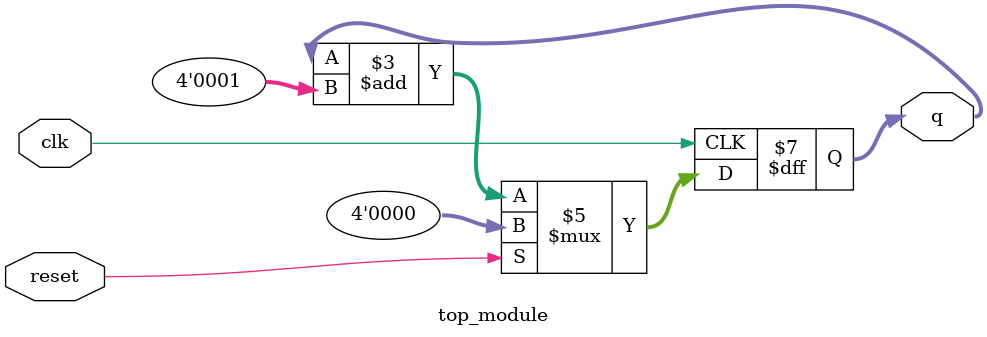
<source format=v>
module top_module (
           input clk,
           input reset,      // Synchronous active-high reset
           output reg [3:0] q);

//4位计数器正好计数16次，不需要手动置位，f下一个自然是0
always @(posedge clk) begin
    if (reset == 1'b1) begin
        q <= 4'b0;
    end
    else begin
        q <= q + 4'b1;
    end
end
endmodule

</source>
